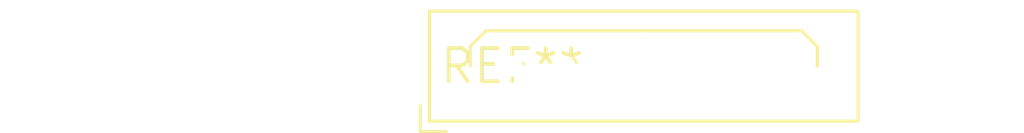
<source format=kicad_pcb>
(kicad_pcb (version 20240108) (generator pcbnew)
  (layers (0 "F.Cu" signal) (31 "B.Cu" signal) (34 "B.Paste" user) (35 "F.Paste" user) (36 "B.SilkS" user "B.Silkscreen") (37 "F.SilkS" user "F.Silkscreen") (38 "B.Mask" user) (39 "F.Mask" user) (44 "Edge.Cuts" user))
  (net 0 "")
  (footprint "Harwin_LTek-Male_06_P2.00mm_Vertical" (layer "F.Cu") (at 0 0)
    (property "Reference" "REF**")
    (property "Value" "Harwin_LTek-Male_06_P2.00mm_Vertical")
    (fp_line (start -3.5 1.5) (end -3.5 2.5) (layer "F.SilkS") (stroke (width 0.12)))
    (fp_line (start -3.5 2.5) (end -2.5 2.5) (layer "F.SilkS") (stroke (width 0.12)))
    (fp_line (start -3.15 -2.1) (end -3.15 2.1) (layer "F.SilkS") (stroke (width 0.12)))
    (fp_line (start -3.15 2.1) (end 13.15 2.1) (layer "F.SilkS") (stroke (width 0.12)))
    (fp_line (start -1.6 -0.75) (end -1 -1.35) (layer "F.SilkS") (stroke (width 0.12)))
    (fp_line (start -1.6 0) (end -1.6 -0.75) (layer "F.SilkS") (stroke (width 0.12)))
    (fp_line (start -1 -1.35) (end 5 -1.35) (layer "F.SilkS") (stroke (width 0.12)))
    (fp_line (start 11 -1.35) (end 5 -1.35) (layer "F.SilkS") (stroke (width 0.12)))
    (fp_line (start 11.6 -0.75) (end 11 -1.35) (layer "F.SilkS") (stroke (width 0.12)))
    (fp_line (start 11.6 0) (end 11.6 -0.75) (layer "F.SilkS") (stroke (width 0.12)))
    (fp_line (start 13.15 -2.1) (end -3.15 -2.1) (layer "F.SilkS") (stroke (width 0.12)))
    (fp_line (start 13.15 2.1) (end 13.15 -2.1) (layer "F.SilkS") (stroke (width 0.12)))
    (pad "1" thru_hole rect (at 0 0) (size 1.35 1.35) (drill 0.8) (layers *.Cu *.Mask) (remove_unused_layers))
    (pad "2" thru_hole circle (at 2 0) (size 1.35 1.35) (drill 0.8) (layers *.Cu *.Mask) (remove_unused_layers))
    (pad "3" thru_hole circle (at 4 0) (size 1.35 1.35) (drill 0.8) (layers *.Cu *.Mask) (remove_unused_layers))
    (pad "4" thru_hole circle (at 6 0) (size 1.35 1.35) (drill 0.8) (layers *.Cu *.Mask) (remove_unused_layers))
    (pad "5" thru_hole circle (at 8 0) (size 1.35 1.35) (drill 0.8) (layers *.Cu *.Mask) (remove_unused_layers))
    (pad "6" thru_hole circle (at 10 0) (size 1.35 1.35) (drill 0.8) (layers *.Cu *.Mask) (remove_unused_layers))
  )
)
</source>
